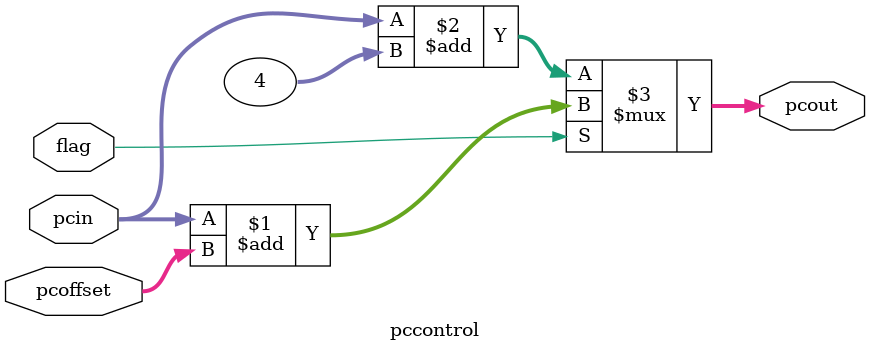
<source format=sv>

module pccontrol #(parameter WIDTH = 32) (
  input wire flag,
  input wire [WIDTH-1:0] pcoffset,
  input wire [WIDTH-1:0] pcin,
  output wire [WIDTH-1:0] pcout
);

  assign pcout = flag ? pcin + pcoffset : pcin + 4;

endmodule
</source>
